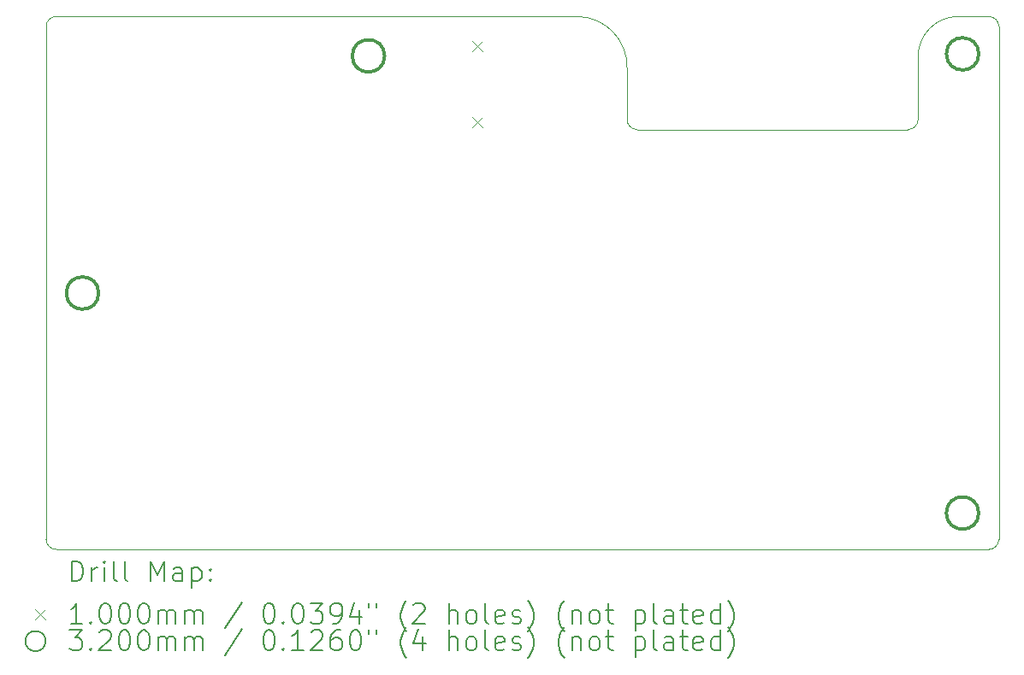
<source format=gbr>
%FSLAX45Y45*%
G04 Gerber Fmt 4.5, Leading zero omitted, Abs format (unit mm)*
G04 Created by KiCad (PCBNEW 6.0.5-a6ca702e91~116~ubuntu20.04.1) date 2022-06-27 23:16:25*
%MOMM*%
%LPD*%
G01*
G04 APERTURE LIST*
%TA.AperFunction,Profile*%
%ADD10C,0.100000*%
%TD*%
%ADD11C,0.200000*%
%ADD12C,0.100000*%
%ADD13C,0.320000*%
G04 APERTURE END LIST*
D10*
X10330000Y-6780000D02*
G75*
G03*
X10430000Y-6880000I100000J0D01*
G01*
X13110000Y-6880000D02*
G75*
G03*
X13210000Y-6780000I0J100000D01*
G01*
X4680000Y-5760000D02*
G75*
G03*
X4580000Y-5860000I0J-100000D01*
G01*
X4580000Y-10940000D02*
G75*
G03*
X4680000Y-11040000I100000J0D01*
G01*
X13910000Y-11040000D02*
G75*
G03*
X14010000Y-10940000I0J100000D01*
G01*
X14010000Y-5860000D02*
G75*
G03*
X13910000Y-5760000I-100000J0D01*
G01*
X13607941Y-5760000D02*
G75*
G03*
X13210000Y-6156885I-528J-397413D01*
G01*
X10329792Y-6268123D02*
G75*
G03*
X9843031Y-5760000I-497442J10681D01*
G01*
X13607941Y-5760000D02*
X13910000Y-5760000D01*
X13210000Y-6780000D02*
X13210000Y-6156885D01*
X10430000Y-6880000D02*
X13110000Y-6880000D01*
X10329792Y-6268123D02*
X10330000Y-6780000D01*
X4680000Y-11040000D02*
X13910000Y-11040000D01*
X4680000Y-5760000D02*
X9843031Y-5760000D01*
X14010000Y-10940000D02*
X14010000Y-5860000D01*
X4580000Y-10940000D02*
X4580000Y-5860000D01*
D11*
D12*
X8800000Y-6005000D02*
X8900000Y-6105000D01*
X8900000Y-6005000D02*
X8800000Y-6105000D01*
X8800000Y-6755000D02*
X8900000Y-6855000D01*
X8900000Y-6755000D02*
X8800000Y-6855000D01*
D13*
X5100000Y-8500000D02*
G75*
G03*
X5100000Y-8500000I-160000J0D01*
G01*
X7930000Y-6150000D02*
G75*
G03*
X7930000Y-6150000I-160000J0D01*
G01*
X13810000Y-6130000D02*
G75*
G03*
X13810000Y-6130000I-160000J0D01*
G01*
X13810000Y-10680000D02*
G75*
G03*
X13810000Y-10680000I-160000J0D01*
G01*
D11*
X4832619Y-11355476D02*
X4832619Y-11155476D01*
X4880238Y-11155476D01*
X4908810Y-11165000D01*
X4927857Y-11184048D01*
X4937381Y-11203095D01*
X4946905Y-11241190D01*
X4946905Y-11269762D01*
X4937381Y-11307857D01*
X4927857Y-11326905D01*
X4908810Y-11345952D01*
X4880238Y-11355476D01*
X4832619Y-11355476D01*
X5032619Y-11355476D02*
X5032619Y-11222143D01*
X5032619Y-11260238D02*
X5042143Y-11241190D01*
X5051667Y-11231667D01*
X5070714Y-11222143D01*
X5089762Y-11222143D01*
X5156429Y-11355476D02*
X5156429Y-11222143D01*
X5156429Y-11155476D02*
X5146905Y-11165000D01*
X5156429Y-11174524D01*
X5165952Y-11165000D01*
X5156429Y-11155476D01*
X5156429Y-11174524D01*
X5280238Y-11355476D02*
X5261190Y-11345952D01*
X5251667Y-11326905D01*
X5251667Y-11155476D01*
X5385000Y-11355476D02*
X5365952Y-11345952D01*
X5356429Y-11326905D01*
X5356429Y-11155476D01*
X5613571Y-11355476D02*
X5613571Y-11155476D01*
X5680238Y-11298333D01*
X5746905Y-11155476D01*
X5746905Y-11355476D01*
X5927857Y-11355476D02*
X5927857Y-11250714D01*
X5918333Y-11231667D01*
X5899286Y-11222143D01*
X5861190Y-11222143D01*
X5842143Y-11231667D01*
X5927857Y-11345952D02*
X5908809Y-11355476D01*
X5861190Y-11355476D01*
X5842143Y-11345952D01*
X5832619Y-11326905D01*
X5832619Y-11307857D01*
X5842143Y-11288809D01*
X5861190Y-11279286D01*
X5908809Y-11279286D01*
X5927857Y-11269762D01*
X6023095Y-11222143D02*
X6023095Y-11422143D01*
X6023095Y-11231667D02*
X6042143Y-11222143D01*
X6080238Y-11222143D01*
X6099286Y-11231667D01*
X6108809Y-11241190D01*
X6118333Y-11260238D01*
X6118333Y-11317381D01*
X6108809Y-11336428D01*
X6099286Y-11345952D01*
X6080238Y-11355476D01*
X6042143Y-11355476D01*
X6023095Y-11345952D01*
X6204048Y-11336428D02*
X6213571Y-11345952D01*
X6204048Y-11355476D01*
X6194524Y-11345952D01*
X6204048Y-11336428D01*
X6204048Y-11355476D01*
X6204048Y-11231667D02*
X6213571Y-11241190D01*
X6204048Y-11250714D01*
X6194524Y-11241190D01*
X6204048Y-11231667D01*
X6204048Y-11250714D01*
D12*
X4475000Y-11635000D02*
X4575000Y-11735000D01*
X4575000Y-11635000D02*
X4475000Y-11735000D01*
D11*
X4937381Y-11775476D02*
X4823095Y-11775476D01*
X4880238Y-11775476D02*
X4880238Y-11575476D01*
X4861190Y-11604048D01*
X4842143Y-11623095D01*
X4823095Y-11632619D01*
X5023095Y-11756428D02*
X5032619Y-11765952D01*
X5023095Y-11775476D01*
X5013571Y-11765952D01*
X5023095Y-11756428D01*
X5023095Y-11775476D01*
X5156429Y-11575476D02*
X5175476Y-11575476D01*
X5194524Y-11585000D01*
X5204048Y-11594524D01*
X5213571Y-11613571D01*
X5223095Y-11651667D01*
X5223095Y-11699286D01*
X5213571Y-11737381D01*
X5204048Y-11756428D01*
X5194524Y-11765952D01*
X5175476Y-11775476D01*
X5156429Y-11775476D01*
X5137381Y-11765952D01*
X5127857Y-11756428D01*
X5118333Y-11737381D01*
X5108810Y-11699286D01*
X5108810Y-11651667D01*
X5118333Y-11613571D01*
X5127857Y-11594524D01*
X5137381Y-11585000D01*
X5156429Y-11575476D01*
X5346905Y-11575476D02*
X5365952Y-11575476D01*
X5385000Y-11585000D01*
X5394524Y-11594524D01*
X5404048Y-11613571D01*
X5413571Y-11651667D01*
X5413571Y-11699286D01*
X5404048Y-11737381D01*
X5394524Y-11756428D01*
X5385000Y-11765952D01*
X5365952Y-11775476D01*
X5346905Y-11775476D01*
X5327857Y-11765952D01*
X5318333Y-11756428D01*
X5308810Y-11737381D01*
X5299286Y-11699286D01*
X5299286Y-11651667D01*
X5308810Y-11613571D01*
X5318333Y-11594524D01*
X5327857Y-11585000D01*
X5346905Y-11575476D01*
X5537381Y-11575476D02*
X5556429Y-11575476D01*
X5575476Y-11585000D01*
X5585000Y-11594524D01*
X5594524Y-11613571D01*
X5604048Y-11651667D01*
X5604048Y-11699286D01*
X5594524Y-11737381D01*
X5585000Y-11756428D01*
X5575476Y-11765952D01*
X5556429Y-11775476D01*
X5537381Y-11775476D01*
X5518333Y-11765952D01*
X5508810Y-11756428D01*
X5499286Y-11737381D01*
X5489762Y-11699286D01*
X5489762Y-11651667D01*
X5499286Y-11613571D01*
X5508810Y-11594524D01*
X5518333Y-11585000D01*
X5537381Y-11575476D01*
X5689762Y-11775476D02*
X5689762Y-11642143D01*
X5689762Y-11661190D02*
X5699286Y-11651667D01*
X5718333Y-11642143D01*
X5746905Y-11642143D01*
X5765952Y-11651667D01*
X5775476Y-11670714D01*
X5775476Y-11775476D01*
X5775476Y-11670714D02*
X5785000Y-11651667D01*
X5804048Y-11642143D01*
X5832619Y-11642143D01*
X5851667Y-11651667D01*
X5861190Y-11670714D01*
X5861190Y-11775476D01*
X5956428Y-11775476D02*
X5956428Y-11642143D01*
X5956428Y-11661190D02*
X5965952Y-11651667D01*
X5985000Y-11642143D01*
X6013571Y-11642143D01*
X6032619Y-11651667D01*
X6042143Y-11670714D01*
X6042143Y-11775476D01*
X6042143Y-11670714D02*
X6051667Y-11651667D01*
X6070714Y-11642143D01*
X6099286Y-11642143D01*
X6118333Y-11651667D01*
X6127857Y-11670714D01*
X6127857Y-11775476D01*
X6518333Y-11565952D02*
X6346905Y-11823095D01*
X6775476Y-11575476D02*
X6794524Y-11575476D01*
X6813571Y-11585000D01*
X6823095Y-11594524D01*
X6832619Y-11613571D01*
X6842143Y-11651667D01*
X6842143Y-11699286D01*
X6832619Y-11737381D01*
X6823095Y-11756428D01*
X6813571Y-11765952D01*
X6794524Y-11775476D01*
X6775476Y-11775476D01*
X6756428Y-11765952D01*
X6746905Y-11756428D01*
X6737381Y-11737381D01*
X6727857Y-11699286D01*
X6727857Y-11651667D01*
X6737381Y-11613571D01*
X6746905Y-11594524D01*
X6756428Y-11585000D01*
X6775476Y-11575476D01*
X6927857Y-11756428D02*
X6937381Y-11765952D01*
X6927857Y-11775476D01*
X6918333Y-11765952D01*
X6927857Y-11756428D01*
X6927857Y-11775476D01*
X7061190Y-11575476D02*
X7080238Y-11575476D01*
X7099286Y-11585000D01*
X7108809Y-11594524D01*
X7118333Y-11613571D01*
X7127857Y-11651667D01*
X7127857Y-11699286D01*
X7118333Y-11737381D01*
X7108809Y-11756428D01*
X7099286Y-11765952D01*
X7080238Y-11775476D01*
X7061190Y-11775476D01*
X7042143Y-11765952D01*
X7032619Y-11756428D01*
X7023095Y-11737381D01*
X7013571Y-11699286D01*
X7013571Y-11651667D01*
X7023095Y-11613571D01*
X7032619Y-11594524D01*
X7042143Y-11585000D01*
X7061190Y-11575476D01*
X7194524Y-11575476D02*
X7318333Y-11575476D01*
X7251667Y-11651667D01*
X7280238Y-11651667D01*
X7299286Y-11661190D01*
X7308809Y-11670714D01*
X7318333Y-11689762D01*
X7318333Y-11737381D01*
X7308809Y-11756428D01*
X7299286Y-11765952D01*
X7280238Y-11775476D01*
X7223095Y-11775476D01*
X7204048Y-11765952D01*
X7194524Y-11756428D01*
X7413571Y-11775476D02*
X7451667Y-11775476D01*
X7470714Y-11765952D01*
X7480238Y-11756428D01*
X7499286Y-11727857D01*
X7508809Y-11689762D01*
X7508809Y-11613571D01*
X7499286Y-11594524D01*
X7489762Y-11585000D01*
X7470714Y-11575476D01*
X7432619Y-11575476D01*
X7413571Y-11585000D01*
X7404048Y-11594524D01*
X7394524Y-11613571D01*
X7394524Y-11661190D01*
X7404048Y-11680238D01*
X7413571Y-11689762D01*
X7432619Y-11699286D01*
X7470714Y-11699286D01*
X7489762Y-11689762D01*
X7499286Y-11680238D01*
X7508809Y-11661190D01*
X7680238Y-11642143D02*
X7680238Y-11775476D01*
X7632619Y-11565952D02*
X7585000Y-11708809D01*
X7708809Y-11708809D01*
X7775476Y-11575476D02*
X7775476Y-11613571D01*
X7851667Y-11575476D02*
X7851667Y-11613571D01*
X8146905Y-11851667D02*
X8137381Y-11842143D01*
X8118333Y-11813571D01*
X8108809Y-11794524D01*
X8099286Y-11765952D01*
X8089762Y-11718333D01*
X8089762Y-11680238D01*
X8099286Y-11632619D01*
X8108809Y-11604048D01*
X8118333Y-11585000D01*
X8137381Y-11556428D01*
X8146905Y-11546905D01*
X8213571Y-11594524D02*
X8223095Y-11585000D01*
X8242143Y-11575476D01*
X8289762Y-11575476D01*
X8308809Y-11585000D01*
X8318333Y-11594524D01*
X8327857Y-11613571D01*
X8327857Y-11632619D01*
X8318333Y-11661190D01*
X8204048Y-11775476D01*
X8327857Y-11775476D01*
X8565952Y-11775476D02*
X8565952Y-11575476D01*
X8651667Y-11775476D02*
X8651667Y-11670714D01*
X8642143Y-11651667D01*
X8623095Y-11642143D01*
X8594524Y-11642143D01*
X8575476Y-11651667D01*
X8565952Y-11661190D01*
X8775476Y-11775476D02*
X8756429Y-11765952D01*
X8746905Y-11756428D01*
X8737381Y-11737381D01*
X8737381Y-11680238D01*
X8746905Y-11661190D01*
X8756429Y-11651667D01*
X8775476Y-11642143D01*
X8804048Y-11642143D01*
X8823095Y-11651667D01*
X8832619Y-11661190D01*
X8842143Y-11680238D01*
X8842143Y-11737381D01*
X8832619Y-11756428D01*
X8823095Y-11765952D01*
X8804048Y-11775476D01*
X8775476Y-11775476D01*
X8956429Y-11775476D02*
X8937381Y-11765952D01*
X8927857Y-11746905D01*
X8927857Y-11575476D01*
X9108810Y-11765952D02*
X9089762Y-11775476D01*
X9051667Y-11775476D01*
X9032619Y-11765952D01*
X9023095Y-11746905D01*
X9023095Y-11670714D01*
X9032619Y-11651667D01*
X9051667Y-11642143D01*
X9089762Y-11642143D01*
X9108810Y-11651667D01*
X9118333Y-11670714D01*
X9118333Y-11689762D01*
X9023095Y-11708809D01*
X9194524Y-11765952D02*
X9213571Y-11775476D01*
X9251667Y-11775476D01*
X9270714Y-11765952D01*
X9280238Y-11746905D01*
X9280238Y-11737381D01*
X9270714Y-11718333D01*
X9251667Y-11708809D01*
X9223095Y-11708809D01*
X9204048Y-11699286D01*
X9194524Y-11680238D01*
X9194524Y-11670714D01*
X9204048Y-11651667D01*
X9223095Y-11642143D01*
X9251667Y-11642143D01*
X9270714Y-11651667D01*
X9346905Y-11851667D02*
X9356429Y-11842143D01*
X9375476Y-11813571D01*
X9385000Y-11794524D01*
X9394524Y-11765952D01*
X9404048Y-11718333D01*
X9404048Y-11680238D01*
X9394524Y-11632619D01*
X9385000Y-11604048D01*
X9375476Y-11585000D01*
X9356429Y-11556428D01*
X9346905Y-11546905D01*
X9708810Y-11851667D02*
X9699286Y-11842143D01*
X9680238Y-11813571D01*
X9670714Y-11794524D01*
X9661190Y-11765952D01*
X9651667Y-11718333D01*
X9651667Y-11680238D01*
X9661190Y-11632619D01*
X9670714Y-11604048D01*
X9680238Y-11585000D01*
X9699286Y-11556428D01*
X9708810Y-11546905D01*
X9785000Y-11642143D02*
X9785000Y-11775476D01*
X9785000Y-11661190D02*
X9794524Y-11651667D01*
X9813571Y-11642143D01*
X9842143Y-11642143D01*
X9861190Y-11651667D01*
X9870714Y-11670714D01*
X9870714Y-11775476D01*
X9994524Y-11775476D02*
X9975476Y-11765952D01*
X9965952Y-11756428D01*
X9956429Y-11737381D01*
X9956429Y-11680238D01*
X9965952Y-11661190D01*
X9975476Y-11651667D01*
X9994524Y-11642143D01*
X10023095Y-11642143D01*
X10042143Y-11651667D01*
X10051667Y-11661190D01*
X10061190Y-11680238D01*
X10061190Y-11737381D01*
X10051667Y-11756428D01*
X10042143Y-11765952D01*
X10023095Y-11775476D01*
X9994524Y-11775476D01*
X10118333Y-11642143D02*
X10194524Y-11642143D01*
X10146905Y-11575476D02*
X10146905Y-11746905D01*
X10156429Y-11765952D01*
X10175476Y-11775476D01*
X10194524Y-11775476D01*
X10413571Y-11642143D02*
X10413571Y-11842143D01*
X10413571Y-11651667D02*
X10432619Y-11642143D01*
X10470714Y-11642143D01*
X10489762Y-11651667D01*
X10499286Y-11661190D01*
X10508810Y-11680238D01*
X10508810Y-11737381D01*
X10499286Y-11756428D01*
X10489762Y-11765952D01*
X10470714Y-11775476D01*
X10432619Y-11775476D01*
X10413571Y-11765952D01*
X10623095Y-11775476D02*
X10604048Y-11765952D01*
X10594524Y-11746905D01*
X10594524Y-11575476D01*
X10785000Y-11775476D02*
X10785000Y-11670714D01*
X10775476Y-11651667D01*
X10756429Y-11642143D01*
X10718333Y-11642143D01*
X10699286Y-11651667D01*
X10785000Y-11765952D02*
X10765952Y-11775476D01*
X10718333Y-11775476D01*
X10699286Y-11765952D01*
X10689762Y-11746905D01*
X10689762Y-11727857D01*
X10699286Y-11708809D01*
X10718333Y-11699286D01*
X10765952Y-11699286D01*
X10785000Y-11689762D01*
X10851667Y-11642143D02*
X10927857Y-11642143D01*
X10880238Y-11575476D02*
X10880238Y-11746905D01*
X10889762Y-11765952D01*
X10908810Y-11775476D01*
X10927857Y-11775476D01*
X11070714Y-11765952D02*
X11051667Y-11775476D01*
X11013571Y-11775476D01*
X10994524Y-11765952D01*
X10985000Y-11746905D01*
X10985000Y-11670714D01*
X10994524Y-11651667D01*
X11013571Y-11642143D01*
X11051667Y-11642143D01*
X11070714Y-11651667D01*
X11080238Y-11670714D01*
X11080238Y-11689762D01*
X10985000Y-11708809D01*
X11251667Y-11775476D02*
X11251667Y-11575476D01*
X11251667Y-11765952D02*
X11232619Y-11775476D01*
X11194524Y-11775476D01*
X11175476Y-11765952D01*
X11165952Y-11756428D01*
X11156429Y-11737381D01*
X11156429Y-11680238D01*
X11165952Y-11661190D01*
X11175476Y-11651667D01*
X11194524Y-11642143D01*
X11232619Y-11642143D01*
X11251667Y-11651667D01*
X11327857Y-11851667D02*
X11337381Y-11842143D01*
X11356428Y-11813571D01*
X11365952Y-11794524D01*
X11375476Y-11765952D01*
X11385000Y-11718333D01*
X11385000Y-11680238D01*
X11375476Y-11632619D01*
X11365952Y-11604048D01*
X11356428Y-11585000D01*
X11337381Y-11556428D01*
X11327857Y-11546905D01*
X4575000Y-11949000D02*
G75*
G03*
X4575000Y-11949000I-100000J0D01*
G01*
X4813571Y-11839476D02*
X4937381Y-11839476D01*
X4870714Y-11915667D01*
X4899286Y-11915667D01*
X4918333Y-11925190D01*
X4927857Y-11934714D01*
X4937381Y-11953762D01*
X4937381Y-12001381D01*
X4927857Y-12020428D01*
X4918333Y-12029952D01*
X4899286Y-12039476D01*
X4842143Y-12039476D01*
X4823095Y-12029952D01*
X4813571Y-12020428D01*
X5023095Y-12020428D02*
X5032619Y-12029952D01*
X5023095Y-12039476D01*
X5013571Y-12029952D01*
X5023095Y-12020428D01*
X5023095Y-12039476D01*
X5108810Y-11858524D02*
X5118333Y-11849000D01*
X5137381Y-11839476D01*
X5185000Y-11839476D01*
X5204048Y-11849000D01*
X5213571Y-11858524D01*
X5223095Y-11877571D01*
X5223095Y-11896619D01*
X5213571Y-11925190D01*
X5099286Y-12039476D01*
X5223095Y-12039476D01*
X5346905Y-11839476D02*
X5365952Y-11839476D01*
X5385000Y-11849000D01*
X5394524Y-11858524D01*
X5404048Y-11877571D01*
X5413571Y-11915667D01*
X5413571Y-11963286D01*
X5404048Y-12001381D01*
X5394524Y-12020428D01*
X5385000Y-12029952D01*
X5365952Y-12039476D01*
X5346905Y-12039476D01*
X5327857Y-12029952D01*
X5318333Y-12020428D01*
X5308810Y-12001381D01*
X5299286Y-11963286D01*
X5299286Y-11915667D01*
X5308810Y-11877571D01*
X5318333Y-11858524D01*
X5327857Y-11849000D01*
X5346905Y-11839476D01*
X5537381Y-11839476D02*
X5556429Y-11839476D01*
X5575476Y-11849000D01*
X5585000Y-11858524D01*
X5594524Y-11877571D01*
X5604048Y-11915667D01*
X5604048Y-11963286D01*
X5594524Y-12001381D01*
X5585000Y-12020428D01*
X5575476Y-12029952D01*
X5556429Y-12039476D01*
X5537381Y-12039476D01*
X5518333Y-12029952D01*
X5508810Y-12020428D01*
X5499286Y-12001381D01*
X5489762Y-11963286D01*
X5489762Y-11915667D01*
X5499286Y-11877571D01*
X5508810Y-11858524D01*
X5518333Y-11849000D01*
X5537381Y-11839476D01*
X5689762Y-12039476D02*
X5689762Y-11906143D01*
X5689762Y-11925190D02*
X5699286Y-11915667D01*
X5718333Y-11906143D01*
X5746905Y-11906143D01*
X5765952Y-11915667D01*
X5775476Y-11934714D01*
X5775476Y-12039476D01*
X5775476Y-11934714D02*
X5785000Y-11915667D01*
X5804048Y-11906143D01*
X5832619Y-11906143D01*
X5851667Y-11915667D01*
X5861190Y-11934714D01*
X5861190Y-12039476D01*
X5956428Y-12039476D02*
X5956428Y-11906143D01*
X5956428Y-11925190D02*
X5965952Y-11915667D01*
X5985000Y-11906143D01*
X6013571Y-11906143D01*
X6032619Y-11915667D01*
X6042143Y-11934714D01*
X6042143Y-12039476D01*
X6042143Y-11934714D02*
X6051667Y-11915667D01*
X6070714Y-11906143D01*
X6099286Y-11906143D01*
X6118333Y-11915667D01*
X6127857Y-11934714D01*
X6127857Y-12039476D01*
X6518333Y-11829952D02*
X6346905Y-12087095D01*
X6775476Y-11839476D02*
X6794524Y-11839476D01*
X6813571Y-11849000D01*
X6823095Y-11858524D01*
X6832619Y-11877571D01*
X6842143Y-11915667D01*
X6842143Y-11963286D01*
X6832619Y-12001381D01*
X6823095Y-12020428D01*
X6813571Y-12029952D01*
X6794524Y-12039476D01*
X6775476Y-12039476D01*
X6756428Y-12029952D01*
X6746905Y-12020428D01*
X6737381Y-12001381D01*
X6727857Y-11963286D01*
X6727857Y-11915667D01*
X6737381Y-11877571D01*
X6746905Y-11858524D01*
X6756428Y-11849000D01*
X6775476Y-11839476D01*
X6927857Y-12020428D02*
X6937381Y-12029952D01*
X6927857Y-12039476D01*
X6918333Y-12029952D01*
X6927857Y-12020428D01*
X6927857Y-12039476D01*
X7127857Y-12039476D02*
X7013571Y-12039476D01*
X7070714Y-12039476D02*
X7070714Y-11839476D01*
X7051667Y-11868048D01*
X7032619Y-11887095D01*
X7013571Y-11896619D01*
X7204048Y-11858524D02*
X7213571Y-11849000D01*
X7232619Y-11839476D01*
X7280238Y-11839476D01*
X7299286Y-11849000D01*
X7308809Y-11858524D01*
X7318333Y-11877571D01*
X7318333Y-11896619D01*
X7308809Y-11925190D01*
X7194524Y-12039476D01*
X7318333Y-12039476D01*
X7489762Y-11839476D02*
X7451667Y-11839476D01*
X7432619Y-11849000D01*
X7423095Y-11858524D01*
X7404048Y-11887095D01*
X7394524Y-11925190D01*
X7394524Y-12001381D01*
X7404048Y-12020428D01*
X7413571Y-12029952D01*
X7432619Y-12039476D01*
X7470714Y-12039476D01*
X7489762Y-12029952D01*
X7499286Y-12020428D01*
X7508809Y-12001381D01*
X7508809Y-11953762D01*
X7499286Y-11934714D01*
X7489762Y-11925190D01*
X7470714Y-11915667D01*
X7432619Y-11915667D01*
X7413571Y-11925190D01*
X7404048Y-11934714D01*
X7394524Y-11953762D01*
X7632619Y-11839476D02*
X7651667Y-11839476D01*
X7670714Y-11849000D01*
X7680238Y-11858524D01*
X7689762Y-11877571D01*
X7699286Y-11915667D01*
X7699286Y-11963286D01*
X7689762Y-12001381D01*
X7680238Y-12020428D01*
X7670714Y-12029952D01*
X7651667Y-12039476D01*
X7632619Y-12039476D01*
X7613571Y-12029952D01*
X7604048Y-12020428D01*
X7594524Y-12001381D01*
X7585000Y-11963286D01*
X7585000Y-11915667D01*
X7594524Y-11877571D01*
X7604048Y-11858524D01*
X7613571Y-11849000D01*
X7632619Y-11839476D01*
X7775476Y-11839476D02*
X7775476Y-11877571D01*
X7851667Y-11839476D02*
X7851667Y-11877571D01*
X8146905Y-12115667D02*
X8137381Y-12106143D01*
X8118333Y-12077571D01*
X8108809Y-12058524D01*
X8099286Y-12029952D01*
X8089762Y-11982333D01*
X8089762Y-11944238D01*
X8099286Y-11896619D01*
X8108809Y-11868048D01*
X8118333Y-11849000D01*
X8137381Y-11820428D01*
X8146905Y-11810905D01*
X8308809Y-11906143D02*
X8308809Y-12039476D01*
X8261190Y-11829952D02*
X8213571Y-11972809D01*
X8337381Y-11972809D01*
X8565952Y-12039476D02*
X8565952Y-11839476D01*
X8651667Y-12039476D02*
X8651667Y-11934714D01*
X8642143Y-11915667D01*
X8623095Y-11906143D01*
X8594524Y-11906143D01*
X8575476Y-11915667D01*
X8565952Y-11925190D01*
X8775476Y-12039476D02*
X8756429Y-12029952D01*
X8746905Y-12020428D01*
X8737381Y-12001381D01*
X8737381Y-11944238D01*
X8746905Y-11925190D01*
X8756429Y-11915667D01*
X8775476Y-11906143D01*
X8804048Y-11906143D01*
X8823095Y-11915667D01*
X8832619Y-11925190D01*
X8842143Y-11944238D01*
X8842143Y-12001381D01*
X8832619Y-12020428D01*
X8823095Y-12029952D01*
X8804048Y-12039476D01*
X8775476Y-12039476D01*
X8956429Y-12039476D02*
X8937381Y-12029952D01*
X8927857Y-12010905D01*
X8927857Y-11839476D01*
X9108810Y-12029952D02*
X9089762Y-12039476D01*
X9051667Y-12039476D01*
X9032619Y-12029952D01*
X9023095Y-12010905D01*
X9023095Y-11934714D01*
X9032619Y-11915667D01*
X9051667Y-11906143D01*
X9089762Y-11906143D01*
X9108810Y-11915667D01*
X9118333Y-11934714D01*
X9118333Y-11953762D01*
X9023095Y-11972809D01*
X9194524Y-12029952D02*
X9213571Y-12039476D01*
X9251667Y-12039476D01*
X9270714Y-12029952D01*
X9280238Y-12010905D01*
X9280238Y-12001381D01*
X9270714Y-11982333D01*
X9251667Y-11972809D01*
X9223095Y-11972809D01*
X9204048Y-11963286D01*
X9194524Y-11944238D01*
X9194524Y-11934714D01*
X9204048Y-11915667D01*
X9223095Y-11906143D01*
X9251667Y-11906143D01*
X9270714Y-11915667D01*
X9346905Y-12115667D02*
X9356429Y-12106143D01*
X9375476Y-12077571D01*
X9385000Y-12058524D01*
X9394524Y-12029952D01*
X9404048Y-11982333D01*
X9404048Y-11944238D01*
X9394524Y-11896619D01*
X9385000Y-11868048D01*
X9375476Y-11849000D01*
X9356429Y-11820428D01*
X9346905Y-11810905D01*
X9708810Y-12115667D02*
X9699286Y-12106143D01*
X9680238Y-12077571D01*
X9670714Y-12058524D01*
X9661190Y-12029952D01*
X9651667Y-11982333D01*
X9651667Y-11944238D01*
X9661190Y-11896619D01*
X9670714Y-11868048D01*
X9680238Y-11849000D01*
X9699286Y-11820428D01*
X9708810Y-11810905D01*
X9785000Y-11906143D02*
X9785000Y-12039476D01*
X9785000Y-11925190D02*
X9794524Y-11915667D01*
X9813571Y-11906143D01*
X9842143Y-11906143D01*
X9861190Y-11915667D01*
X9870714Y-11934714D01*
X9870714Y-12039476D01*
X9994524Y-12039476D02*
X9975476Y-12029952D01*
X9965952Y-12020428D01*
X9956429Y-12001381D01*
X9956429Y-11944238D01*
X9965952Y-11925190D01*
X9975476Y-11915667D01*
X9994524Y-11906143D01*
X10023095Y-11906143D01*
X10042143Y-11915667D01*
X10051667Y-11925190D01*
X10061190Y-11944238D01*
X10061190Y-12001381D01*
X10051667Y-12020428D01*
X10042143Y-12029952D01*
X10023095Y-12039476D01*
X9994524Y-12039476D01*
X10118333Y-11906143D02*
X10194524Y-11906143D01*
X10146905Y-11839476D02*
X10146905Y-12010905D01*
X10156429Y-12029952D01*
X10175476Y-12039476D01*
X10194524Y-12039476D01*
X10413571Y-11906143D02*
X10413571Y-12106143D01*
X10413571Y-11915667D02*
X10432619Y-11906143D01*
X10470714Y-11906143D01*
X10489762Y-11915667D01*
X10499286Y-11925190D01*
X10508810Y-11944238D01*
X10508810Y-12001381D01*
X10499286Y-12020428D01*
X10489762Y-12029952D01*
X10470714Y-12039476D01*
X10432619Y-12039476D01*
X10413571Y-12029952D01*
X10623095Y-12039476D02*
X10604048Y-12029952D01*
X10594524Y-12010905D01*
X10594524Y-11839476D01*
X10785000Y-12039476D02*
X10785000Y-11934714D01*
X10775476Y-11915667D01*
X10756429Y-11906143D01*
X10718333Y-11906143D01*
X10699286Y-11915667D01*
X10785000Y-12029952D02*
X10765952Y-12039476D01*
X10718333Y-12039476D01*
X10699286Y-12029952D01*
X10689762Y-12010905D01*
X10689762Y-11991857D01*
X10699286Y-11972809D01*
X10718333Y-11963286D01*
X10765952Y-11963286D01*
X10785000Y-11953762D01*
X10851667Y-11906143D02*
X10927857Y-11906143D01*
X10880238Y-11839476D02*
X10880238Y-12010905D01*
X10889762Y-12029952D01*
X10908810Y-12039476D01*
X10927857Y-12039476D01*
X11070714Y-12029952D02*
X11051667Y-12039476D01*
X11013571Y-12039476D01*
X10994524Y-12029952D01*
X10985000Y-12010905D01*
X10985000Y-11934714D01*
X10994524Y-11915667D01*
X11013571Y-11906143D01*
X11051667Y-11906143D01*
X11070714Y-11915667D01*
X11080238Y-11934714D01*
X11080238Y-11953762D01*
X10985000Y-11972809D01*
X11251667Y-12039476D02*
X11251667Y-11839476D01*
X11251667Y-12029952D02*
X11232619Y-12039476D01*
X11194524Y-12039476D01*
X11175476Y-12029952D01*
X11165952Y-12020428D01*
X11156429Y-12001381D01*
X11156429Y-11944238D01*
X11165952Y-11925190D01*
X11175476Y-11915667D01*
X11194524Y-11906143D01*
X11232619Y-11906143D01*
X11251667Y-11915667D01*
X11327857Y-12115667D02*
X11337381Y-12106143D01*
X11356428Y-12077571D01*
X11365952Y-12058524D01*
X11375476Y-12029952D01*
X11385000Y-11982333D01*
X11385000Y-11944238D01*
X11375476Y-11896619D01*
X11365952Y-11868048D01*
X11356428Y-11849000D01*
X11337381Y-11820428D01*
X11327857Y-11810905D01*
M02*

</source>
